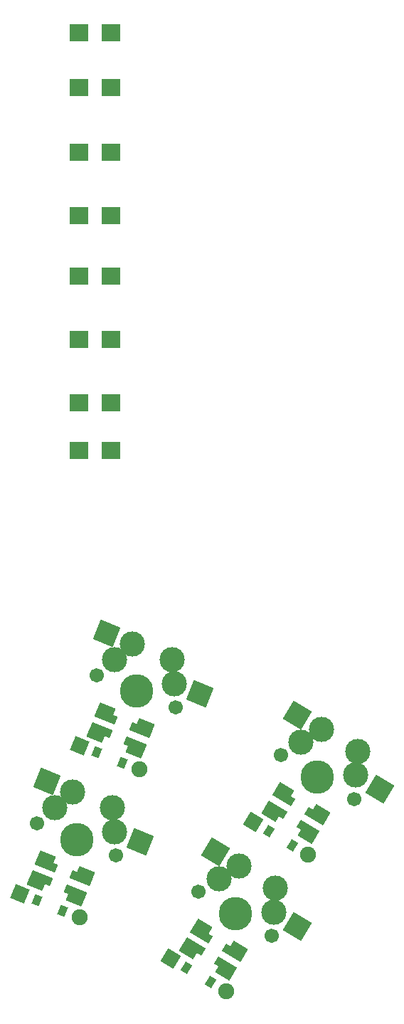
<source format=gbr>
%TF.GenerationSoftware,KiCad,Pcbnew,6.0.10-86aedd382b~118~ubuntu22.04.1*%
%TF.CreationDate,2023-01-31T18:18:49-07:00*%
%TF.ProjectId,scaarix_flow_thumb_cluster,73636161-7269-4785-9f66-6c6f775f7468,v1.0.0*%
%TF.SameCoordinates,Original*%
%TF.FileFunction,Soldermask,Top*%
%TF.FilePolarity,Negative*%
%FSLAX46Y46*%
G04 Gerber Fmt 4.6, Leading zero omitted, Abs format (unit mm)*
G04 Created by KiCad (PCBNEW 6.0.10-86aedd382b~118~ubuntu22.04.1) date 2023-01-31 18:18:49*
%MOMM*%
%LPD*%
G01*
G04 APERTURE LIST*
G04 Aperture macros list*
%AMRotRect*
0 Rectangle, with rotation*
0 The origin of the aperture is its center*
0 $1 length*
0 $2 width*
0 $3 Rotation angle, in degrees counterclockwise*
0 Add horizontal line*
21,1,$1,$2,0,0,$3*%
G04 Aperture macros list end*
%ADD10RotRect,1.778000X1.778000X329.000000*%
%ADD11RotRect,0.900000X1.200000X329.000000*%
%ADD12C,1.905000*%
%ADD13RotRect,1.778000X1.778000X338.000000*%
%ADD14RotRect,0.900000X1.200000X338.000000*%
%ADD15RotRect,2.600000X1.000000X329.000000*%
%ADD16RotRect,2.000000X1.200000X329.000000*%
%ADD17C,3.000000*%
%ADD18C,3.987800*%
%ADD19C,1.701800*%
%ADD20RotRect,2.550000X2.500000X338.000000*%
%ADD21RotRect,2.550000X2.500000X329.000000*%
%ADD22RotRect,2.600000X1.000000X338.000000*%
%ADD23RotRect,2.000000X1.200000X338.000000*%
%ADD24R,2.200000X2.000000*%
G04 APERTURE END LIST*
D10*
%TO.C,D27*%
X296327893Y-172089405D03*
D11*
X298179374Y-173201887D03*
X301008026Y-174901513D03*
D12*
X302859507Y-176013995D03*
%TD*%
D13*
%TO.C,D25*%
X275700830Y-163024949D03*
D14*
X277703547Y-163834099D03*
X280763253Y-165070301D03*
D12*
X282765970Y-165879451D03*
%TD*%
D15*
%TO.C,LED27*%
X299961190Y-169168495D03*
X299059874Y-170668538D03*
X302831410Y-172934705D03*
X303732726Y-171434662D03*
D16*
X300077443Y-168392537D03*
X298429321Y-171135472D03*
X302715157Y-173710663D03*
X304363279Y-170967728D03*
%TD*%
D17*
%TO.C,S25*%
X279836430Y-152788802D03*
X281965455Y-150909505D03*
D18*
X282417500Y-156571100D03*
D17*
X286901571Y-155643304D03*
X286675548Y-152812507D03*
D19*
X277707406Y-154668099D03*
X287127594Y-158474101D03*
D20*
X289938098Y-156870141D03*
X278903893Y-149672554D03*
%TD*%
D11*
%TO.C,D26*%
X288393674Y-189487987D03*
D10*
X286542193Y-188375505D03*
D12*
X293073807Y-192300095D03*
D11*
X291222326Y-191187613D03*
%TD*%
D15*
%TO.C,LED26*%
X290175490Y-185454695D03*
X289274174Y-186954738D03*
X293045710Y-189220905D03*
X293947026Y-187720862D03*
D16*
X290291743Y-184678737D03*
X288643621Y-187421672D03*
X292929457Y-189996863D03*
X294577579Y-187253928D03*
%TD*%
D17*
%TO.C,S27*%
X308545504Y-166550790D03*
D19*
X299617090Y-164149307D03*
X308325910Y-169382093D03*
D17*
X308765098Y-163719487D03*
X302013889Y-162626200D03*
X304410688Y-161103093D03*
D18*
X303971500Y-166765700D03*
D21*
X311352727Y-168237540D03*
X301580322Y-159402438D03*
%TD*%
D22*
%TO.C,LED24*%
X271714976Y-177188080D03*
X271059415Y-178810651D03*
X275139024Y-180458920D03*
X275794585Y-178836349D03*
D23*
X271708411Y-176403489D03*
X270509670Y-179370478D03*
X275145589Y-181243511D03*
X276344330Y-178276522D03*
%TD*%
D22*
%TO.C,LED25*%
X278832476Y-159571580D03*
X278176915Y-161194151D03*
X282256524Y-162842420D03*
X282912085Y-161219849D03*
D23*
X278825911Y-158786989D03*
X277627170Y-161753978D03*
X282263089Y-163627011D03*
X283461830Y-160660022D03*
%TD*%
D13*
%TO.C,D24*%
X268583230Y-180641349D03*
D14*
X270585947Y-181450499D03*
X273645653Y-182686701D03*
D12*
X275648370Y-183495851D03*
%TD*%
D17*
%TO.C,S24*%
X279558048Y-170429007D03*
X272718930Y-170405302D03*
D19*
X280010094Y-176090601D03*
D18*
X275300000Y-174187600D03*
D17*
X279784071Y-173259804D03*
X274847955Y-168526005D03*
D19*
X270589906Y-172284599D03*
D20*
X282820598Y-174486641D03*
X271786393Y-167289054D03*
%TD*%
D19*
%TO.C,S26*%
X298540210Y-185668293D03*
D17*
X298979398Y-180005687D03*
D19*
X289831390Y-180435507D03*
D17*
X294624988Y-177389293D03*
X292228189Y-178912400D03*
X298759804Y-182836990D03*
D18*
X294185800Y-183051900D03*
D21*
X301567027Y-184523740D03*
X291794622Y-175688638D03*
%TD*%
D24*
%TO.C,J2*%
X275550000Y-78200000D03*
X279350000Y-78200000D03*
X275550000Y-84700000D03*
X279350000Y-84700000D03*
X275550000Y-92450000D03*
X279350000Y-92450000D03*
X279350000Y-107200000D03*
X279350000Y-99950000D03*
X275550000Y-99950000D03*
X275550000Y-107200000D03*
X275550000Y-114700000D03*
X279350000Y-114700000D03*
X275550000Y-122200000D03*
X279350000Y-122200000D03*
X275550000Y-127950000D03*
X279350000Y-127950000D03*
%TD*%
M02*

</source>
